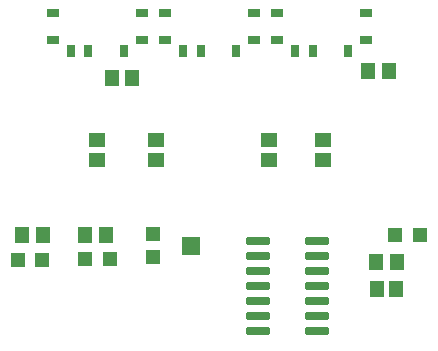
<source format=gtp>
G04*
G04 #@! TF.GenerationSoftware,Altium Limited,Altium Designer,22.8.2 (66)*
G04*
G04 Layer_Color=8421504*
%FSLAX44Y44*%
%MOMM*%
G71*
G04*
G04 #@! TF.SameCoordinates,69D579BB-6610-4C83-93C2-135228772BCE*
G04*
G04*
G04 #@! TF.FilePolarity,Positive*
G04*
G01*
G75*
%ADD13R,0.7000X1.1000*%
%ADD14R,1.0000X0.8000*%
%ADD15R,1.1500X1.3500*%
%ADD16R,1.3000X1.4000*%
%ADD17R,1.2000X1.2000*%
%ADD18R,1.3500X1.1500*%
%ADD19R,1.5000X1.6000*%
G04:AMPARAMS|DCode=20|XSize=1.97mm|YSize=0.6mm|CornerRadius=0.075mm|HoleSize=0mm|Usage=FLASHONLY|Rotation=180.000|XOffset=0mm|YOffset=0mm|HoleType=Round|Shape=RoundedRectangle|*
%AMROUNDEDRECTD20*
21,1,1.9700,0.4500,0,0,180.0*
21,1,1.8200,0.6000,0,0,180.0*
1,1,0.1500,-0.9100,0.2250*
1,1,0.1500,0.9100,0.2250*
1,1,0.1500,0.9100,-0.2250*
1,1,0.1500,-0.9100,-0.2250*
%
%ADD20ROUNDEDRECTD20*%
D13*
X349500Y663000D02*
D03*
X334500D02*
D03*
X379500D02*
D03*
X474500D02*
D03*
X429500D02*
D03*
X444500D02*
D03*
X569500D02*
D03*
X524500D02*
D03*
X539500D02*
D03*
D14*
X319500Y695000D02*
D03*
X394500D02*
D03*
Y672000D02*
D03*
X319500D02*
D03*
X414500D02*
D03*
X489500D02*
D03*
Y695000D02*
D03*
X414500D02*
D03*
X509500Y672000D02*
D03*
X584500D02*
D03*
Y695000D02*
D03*
X509500D02*
D03*
D15*
X386750Y640000D02*
D03*
X369250D02*
D03*
X311000Y507000D02*
D03*
X293500D02*
D03*
X346500D02*
D03*
X364000D02*
D03*
X610750Y484000D02*
D03*
X593250D02*
D03*
X586250Y646000D02*
D03*
X603750D02*
D03*
D16*
X610000Y461000D02*
D03*
X594000D02*
D03*
D17*
X367500Y487000D02*
D03*
X346500D02*
D03*
X404000Y508000D02*
D03*
Y488000D02*
D03*
X289500Y486000D02*
D03*
X310500D02*
D03*
X630500Y507000D02*
D03*
X609500D02*
D03*
D18*
X502000Y570250D02*
D03*
Y587750D02*
D03*
X357000Y570250D02*
D03*
Y587750D02*
D03*
X548000Y570250D02*
D03*
Y587750D02*
D03*
X407000Y570250D02*
D03*
Y587750D02*
D03*
D19*
X436500Y498000D02*
D03*
D20*
X542750Y425900D02*
D03*
Y438600D02*
D03*
Y451300D02*
D03*
Y464000D02*
D03*
Y476700D02*
D03*
Y489400D02*
D03*
Y502100D02*
D03*
X493250D02*
D03*
Y489400D02*
D03*
Y476700D02*
D03*
Y464000D02*
D03*
Y451300D02*
D03*
Y438600D02*
D03*
Y425900D02*
D03*
M02*

</source>
